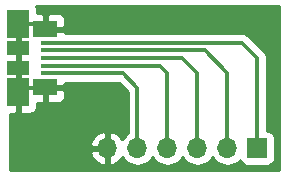
<source format=gbr>
%TF.GenerationSoftware,KiCad,Pcbnew,5.1.4-3.fc31*%
%TF.CreationDate,2019-11-20T03:39:40+01:00*%
%TF.ProjectId,microUSB-to-pcb-adapter,6d696372-6f55-4534-922d-746f2d706362,1.0*%
%TF.SameCoordinates,PX5ad6650PY59a0560*%
%TF.FileFunction,Copper,L1,Top*%
%TF.FilePolarity,Positive*%
%FSLAX46Y46*%
G04 Gerber Fmt 4.6, Leading zero omitted, Abs format (unit mm)*
G04 Created by KiCad (PCBNEW 5.1.4-3.fc31) date 2019-11-20 03:39:40*
%MOMM*%
%LPD*%
G04 APERTURE LIST*
%TA.AperFunction,SMDPad,CuDef*%
%ADD10R,1.900000X1.175000*%
%TD*%
%TA.AperFunction,SMDPad,CuDef*%
%ADD11R,1.900000X2.375000*%
%TD*%
%TA.AperFunction,SMDPad,CuDef*%
%ADD12R,2.100000X1.475000*%
%TD*%
%TA.AperFunction,SMDPad,CuDef*%
%ADD13R,1.380000X0.450000*%
%TD*%
%TA.AperFunction,ComponentPad*%
%ADD14R,1.700000X1.700000*%
%TD*%
%TA.AperFunction,ComponentPad*%
%ADD15O,1.700000X1.700000*%
%TD*%
%TA.AperFunction,Conductor*%
%ADD16C,0.350000*%
%TD*%
%TA.AperFunction,Conductor*%
%ADD17C,0.254000*%
%TD*%
G04 APERTURE END LIST*
D10*
%TO.P,J1,6*%
%TO.N,Net-(J1-Pad6)*%
X1340000Y9320000D03*
X1340000Y11000000D03*
D11*
X1340000Y7250000D03*
X1340000Y13070000D03*
D12*
X3640000Y7697500D03*
X3640000Y12622500D03*
D13*
%TO.P,J1,5*%
%TO.N,Net-(J1-Pad5)*%
X4000000Y8860000D03*
%TO.P,J1,4*%
%TO.N,Net-(J1-Pad4)*%
X4000000Y9510000D03*
%TO.P,J1,3*%
%TO.N,Net-(J1-Pad3)*%
X4000000Y10160000D03*
%TO.P,J1,2*%
%TO.N,Net-(J1-Pad2)*%
X4000000Y10810000D03*
%TO.P,J1,1*%
%TO.N,Net-(J1-Pad1)*%
X4000000Y11460000D03*
%TD*%
D14*
%TO.P,J2,1*%
%TO.N,Net-(J1-Pad1)*%
X21590000Y2540000D03*
D15*
%TO.P,J2,2*%
%TO.N,Net-(J1-Pad2)*%
X19050000Y2540000D03*
%TO.P,J2,3*%
%TO.N,Net-(J1-Pad3)*%
X16510000Y2540000D03*
%TO.P,J2,4*%
%TO.N,Net-(J1-Pad4)*%
X13970000Y2540000D03*
%TO.P,J2,5*%
%TO.N,Net-(J1-Pad5)*%
X11430000Y2540000D03*
%TO.P,J2,6*%
%TO.N,Net-(J1-Pad6)*%
X8890000Y2540000D03*
%TD*%
D16*
%TO.N,Net-(J1-Pad6)*%
X4002500Y7660000D02*
X7580000Y7660000D01*
X8890000Y6350000D02*
X8890000Y2540000D01*
X7580000Y7660000D02*
X8890000Y6350000D01*
X1702500Y7660000D02*
X1302500Y7260000D01*
X4002500Y7660000D02*
X1702500Y7660000D01*
X1302500Y7260000D02*
X1302500Y9160000D01*
X1302500Y10192500D02*
X1302500Y13060000D01*
X1302500Y10192500D02*
X1302500Y11160000D01*
X1302500Y9160000D02*
X1302500Y10192500D01*
X3602500Y13060000D02*
X4002500Y12660000D01*
X1302500Y13060000D02*
X3602500Y13060000D01*
%TO.N,Net-(J1-Pad2)*%
X4002500Y10810000D02*
X17130000Y10810000D01*
X17130000Y10810000D02*
X19050000Y8890000D01*
X19050000Y8890000D02*
X19050000Y2540000D01*
%TO.N,Net-(J1-Pad1)*%
X4002500Y11460000D02*
X20290000Y11460000D01*
X21590000Y10160000D02*
X21590000Y2540000D01*
X20290000Y11460000D02*
X21590000Y10160000D01*
%TO.N,Net-(J1-Pad5)*%
X4002500Y8860000D02*
X10190000Y8860000D01*
X11430000Y7620000D02*
X11430000Y2540000D01*
X10190000Y8860000D02*
X11430000Y7620000D01*
%TO.N,Net-(J1-Pad4)*%
X4002500Y9510000D02*
X13350000Y9510000D01*
X13970000Y8890000D02*
X13970000Y2540000D01*
X13350000Y9510000D02*
X13970000Y8890000D01*
%TO.N,Net-(J1-Pad3)*%
X16510000Y8890000D02*
X16510000Y2540000D01*
X4002500Y10160000D02*
X15240000Y10160000D01*
X15240000Y10160000D02*
X16510000Y8890000D01*
%TD*%
D17*
%TO.N,Net-(J1-Pad6)*%
G36*
X23470001Y660000D02*
G01*
X660000Y660000D01*
X660000Y2183109D01*
X7448519Y2183109D01*
X7545843Y1908748D01*
X7694822Y1658645D01*
X7889731Y1442412D01*
X8123080Y1268359D01*
X8385901Y1143175D01*
X8533110Y1098524D01*
X8763000Y1219845D01*
X8763000Y2413000D01*
X7569186Y2413000D01*
X7448519Y2183109D01*
X660000Y2183109D01*
X660000Y2896891D01*
X7448519Y2896891D01*
X7569186Y2667000D01*
X8763000Y2667000D01*
X8763000Y3860155D01*
X8533110Y3981476D01*
X8385901Y3936825D01*
X8123080Y3811641D01*
X7889731Y3637588D01*
X7694822Y3421355D01*
X7545843Y3171252D01*
X7448519Y2896891D01*
X660000Y2896891D01*
X660000Y5425677D01*
X1054250Y5427500D01*
X1213000Y5586250D01*
X1213000Y7123000D01*
X1193000Y7123000D01*
X1193000Y7377000D01*
X1213000Y7377000D01*
X1213000Y9193000D01*
X1193000Y9193000D01*
X1193000Y9447000D01*
X1213000Y9447000D01*
X1213000Y10873000D01*
X1193000Y10873000D01*
X1193000Y11127000D01*
X1213000Y11127000D01*
X1213000Y12943000D01*
X1193000Y12943000D01*
X1193000Y13197000D01*
X1213000Y13197000D01*
X1213000Y13217000D01*
X1467000Y13217000D01*
X1467000Y13197000D01*
X1487000Y13197000D01*
X1487000Y12943000D01*
X1467000Y12943000D01*
X1467000Y11127000D01*
X1487000Y11127000D01*
X1487000Y10873000D01*
X1467000Y10873000D01*
X1467000Y9447000D01*
X1487000Y9447000D01*
X1487000Y9193000D01*
X1467000Y9193000D01*
X1467000Y7377000D01*
X1487000Y7377000D01*
X1487000Y7123000D01*
X1467000Y7123000D01*
X1467000Y5586250D01*
X1625750Y5427500D01*
X2290000Y5424428D01*
X2414482Y5436688D01*
X2534180Y5472998D01*
X2644494Y5531963D01*
X2741185Y5611315D01*
X2820537Y5708006D01*
X2879502Y5818320D01*
X2915812Y5938018D01*
X2928072Y6062500D01*
X2927184Y6323283D01*
X3354250Y6325000D01*
X3513000Y6483750D01*
X3513000Y7570500D01*
X3767000Y7570500D01*
X3767000Y6483750D01*
X3925750Y6325000D01*
X4690000Y6321928D01*
X4814482Y6334188D01*
X4934180Y6370498D01*
X5044494Y6429463D01*
X5141185Y6508815D01*
X5220537Y6605506D01*
X5279502Y6715820D01*
X5315812Y6835518D01*
X5328072Y6960000D01*
X5325000Y7411750D01*
X5166250Y7570500D01*
X3767000Y7570500D01*
X3513000Y7570500D01*
X3493000Y7570500D01*
X3493000Y7824500D01*
X3513000Y7824500D01*
X3513000Y7844500D01*
X3767000Y7844500D01*
X3767000Y7824500D01*
X5166250Y7824500D01*
X5325000Y7983250D01*
X5325454Y8050000D01*
X9854488Y8050000D01*
X10620000Y7284487D01*
X10620001Y3790870D01*
X10600986Y3780706D01*
X10374866Y3595134D01*
X10189294Y3369014D01*
X10154799Y3304477D01*
X10085178Y3421355D01*
X9890269Y3637588D01*
X9656920Y3811641D01*
X9394099Y3936825D01*
X9246890Y3981476D01*
X9017000Y3860155D01*
X9017000Y2667000D01*
X9037000Y2667000D01*
X9037000Y2413000D01*
X9017000Y2413000D01*
X9017000Y1219845D01*
X9246890Y1098524D01*
X9394099Y1143175D01*
X9656920Y1268359D01*
X9890269Y1442412D01*
X10085178Y1658645D01*
X10154799Y1775523D01*
X10189294Y1710986D01*
X10374866Y1484866D01*
X10600986Y1299294D01*
X10858966Y1161401D01*
X11138889Y1076487D01*
X11357050Y1055000D01*
X11502950Y1055000D01*
X11721111Y1076487D01*
X12001034Y1161401D01*
X12259014Y1299294D01*
X12485134Y1484866D01*
X12670706Y1710986D01*
X12700000Y1765791D01*
X12729294Y1710986D01*
X12914866Y1484866D01*
X13140986Y1299294D01*
X13398966Y1161401D01*
X13678889Y1076487D01*
X13897050Y1055000D01*
X14042950Y1055000D01*
X14261111Y1076487D01*
X14541034Y1161401D01*
X14799014Y1299294D01*
X15025134Y1484866D01*
X15210706Y1710986D01*
X15240000Y1765791D01*
X15269294Y1710986D01*
X15454866Y1484866D01*
X15680986Y1299294D01*
X15938966Y1161401D01*
X16218889Y1076487D01*
X16437050Y1055000D01*
X16582950Y1055000D01*
X16801111Y1076487D01*
X17081034Y1161401D01*
X17339014Y1299294D01*
X17565134Y1484866D01*
X17750706Y1710986D01*
X17780000Y1765791D01*
X17809294Y1710986D01*
X17994866Y1484866D01*
X18220986Y1299294D01*
X18478966Y1161401D01*
X18758889Y1076487D01*
X18977050Y1055000D01*
X19122950Y1055000D01*
X19341111Y1076487D01*
X19621034Y1161401D01*
X19879014Y1299294D01*
X20105134Y1484866D01*
X20129607Y1514687D01*
X20150498Y1445820D01*
X20209463Y1335506D01*
X20288815Y1238815D01*
X20385506Y1159463D01*
X20495820Y1100498D01*
X20615518Y1064188D01*
X20740000Y1051928D01*
X22440000Y1051928D01*
X22564482Y1064188D01*
X22684180Y1100498D01*
X22794494Y1159463D01*
X22891185Y1238815D01*
X22970537Y1335506D01*
X23029502Y1445820D01*
X23065812Y1565518D01*
X23078072Y1690000D01*
X23078072Y3390000D01*
X23065812Y3514482D01*
X23029502Y3634180D01*
X22970537Y3744494D01*
X22891185Y3841185D01*
X22794494Y3920537D01*
X22684180Y3979502D01*
X22564482Y4015812D01*
X22440000Y4028072D01*
X22400000Y4028072D01*
X22400000Y10120212D01*
X22403919Y10160000D01*
X22400000Y10199791D01*
X22388280Y10318788D01*
X22345286Y10460518D01*
X22341963Y10471474D01*
X22266749Y10612189D01*
X22239413Y10645498D01*
X22165528Y10735528D01*
X22134619Y10760894D01*
X20890899Y12004613D01*
X20865528Y12035528D01*
X20742189Y12136749D01*
X20601473Y12211963D01*
X20448788Y12258280D01*
X20329791Y12270000D01*
X20329788Y12270000D01*
X20290000Y12273919D01*
X20250212Y12270000D01*
X5325454Y12270000D01*
X5325000Y12336750D01*
X5166250Y12495500D01*
X3767000Y12495500D01*
X3767000Y12475500D01*
X3513000Y12475500D01*
X3513000Y12495500D01*
X3493000Y12495500D01*
X3493000Y12749500D01*
X3513000Y12749500D01*
X3513000Y13836250D01*
X3767000Y13836250D01*
X3767000Y12749500D01*
X5166250Y12749500D01*
X5325000Y12908250D01*
X5328072Y13360000D01*
X5315812Y13484482D01*
X5279502Y13604180D01*
X5220537Y13714494D01*
X5141185Y13811185D01*
X5044494Y13890537D01*
X4934180Y13949502D01*
X4814482Y13985812D01*
X4690000Y13998072D01*
X3925750Y13995000D01*
X3767000Y13836250D01*
X3513000Y13836250D01*
X3354250Y13995000D01*
X2927184Y13996717D01*
X2928072Y14257500D01*
X2915812Y14381982D01*
X2879502Y14501680D01*
X2837638Y14580000D01*
X23470000Y14580000D01*
X23470001Y660000D01*
X23470001Y660000D01*
G37*
X23470001Y660000D02*
X660000Y660000D01*
X660000Y2183109D01*
X7448519Y2183109D01*
X7545843Y1908748D01*
X7694822Y1658645D01*
X7889731Y1442412D01*
X8123080Y1268359D01*
X8385901Y1143175D01*
X8533110Y1098524D01*
X8763000Y1219845D01*
X8763000Y2413000D01*
X7569186Y2413000D01*
X7448519Y2183109D01*
X660000Y2183109D01*
X660000Y2896891D01*
X7448519Y2896891D01*
X7569186Y2667000D01*
X8763000Y2667000D01*
X8763000Y3860155D01*
X8533110Y3981476D01*
X8385901Y3936825D01*
X8123080Y3811641D01*
X7889731Y3637588D01*
X7694822Y3421355D01*
X7545843Y3171252D01*
X7448519Y2896891D01*
X660000Y2896891D01*
X660000Y5425677D01*
X1054250Y5427500D01*
X1213000Y5586250D01*
X1213000Y7123000D01*
X1193000Y7123000D01*
X1193000Y7377000D01*
X1213000Y7377000D01*
X1213000Y9193000D01*
X1193000Y9193000D01*
X1193000Y9447000D01*
X1213000Y9447000D01*
X1213000Y10873000D01*
X1193000Y10873000D01*
X1193000Y11127000D01*
X1213000Y11127000D01*
X1213000Y12943000D01*
X1193000Y12943000D01*
X1193000Y13197000D01*
X1213000Y13197000D01*
X1213000Y13217000D01*
X1467000Y13217000D01*
X1467000Y13197000D01*
X1487000Y13197000D01*
X1487000Y12943000D01*
X1467000Y12943000D01*
X1467000Y11127000D01*
X1487000Y11127000D01*
X1487000Y10873000D01*
X1467000Y10873000D01*
X1467000Y9447000D01*
X1487000Y9447000D01*
X1487000Y9193000D01*
X1467000Y9193000D01*
X1467000Y7377000D01*
X1487000Y7377000D01*
X1487000Y7123000D01*
X1467000Y7123000D01*
X1467000Y5586250D01*
X1625750Y5427500D01*
X2290000Y5424428D01*
X2414482Y5436688D01*
X2534180Y5472998D01*
X2644494Y5531963D01*
X2741185Y5611315D01*
X2820537Y5708006D01*
X2879502Y5818320D01*
X2915812Y5938018D01*
X2928072Y6062500D01*
X2927184Y6323283D01*
X3354250Y6325000D01*
X3513000Y6483750D01*
X3513000Y7570500D01*
X3767000Y7570500D01*
X3767000Y6483750D01*
X3925750Y6325000D01*
X4690000Y6321928D01*
X4814482Y6334188D01*
X4934180Y6370498D01*
X5044494Y6429463D01*
X5141185Y6508815D01*
X5220537Y6605506D01*
X5279502Y6715820D01*
X5315812Y6835518D01*
X5328072Y6960000D01*
X5325000Y7411750D01*
X5166250Y7570500D01*
X3767000Y7570500D01*
X3513000Y7570500D01*
X3493000Y7570500D01*
X3493000Y7824500D01*
X3513000Y7824500D01*
X3513000Y7844500D01*
X3767000Y7844500D01*
X3767000Y7824500D01*
X5166250Y7824500D01*
X5325000Y7983250D01*
X5325454Y8050000D01*
X9854488Y8050000D01*
X10620000Y7284487D01*
X10620001Y3790870D01*
X10600986Y3780706D01*
X10374866Y3595134D01*
X10189294Y3369014D01*
X10154799Y3304477D01*
X10085178Y3421355D01*
X9890269Y3637588D01*
X9656920Y3811641D01*
X9394099Y3936825D01*
X9246890Y3981476D01*
X9017000Y3860155D01*
X9017000Y2667000D01*
X9037000Y2667000D01*
X9037000Y2413000D01*
X9017000Y2413000D01*
X9017000Y1219845D01*
X9246890Y1098524D01*
X9394099Y1143175D01*
X9656920Y1268359D01*
X9890269Y1442412D01*
X10085178Y1658645D01*
X10154799Y1775523D01*
X10189294Y1710986D01*
X10374866Y1484866D01*
X10600986Y1299294D01*
X10858966Y1161401D01*
X11138889Y1076487D01*
X11357050Y1055000D01*
X11502950Y1055000D01*
X11721111Y1076487D01*
X12001034Y1161401D01*
X12259014Y1299294D01*
X12485134Y1484866D01*
X12670706Y1710986D01*
X12700000Y1765791D01*
X12729294Y1710986D01*
X12914866Y1484866D01*
X13140986Y1299294D01*
X13398966Y1161401D01*
X13678889Y1076487D01*
X13897050Y1055000D01*
X14042950Y1055000D01*
X14261111Y1076487D01*
X14541034Y1161401D01*
X14799014Y1299294D01*
X15025134Y1484866D01*
X15210706Y1710986D01*
X15240000Y1765791D01*
X15269294Y1710986D01*
X15454866Y1484866D01*
X15680986Y1299294D01*
X15938966Y1161401D01*
X16218889Y1076487D01*
X16437050Y1055000D01*
X16582950Y1055000D01*
X16801111Y1076487D01*
X17081034Y1161401D01*
X17339014Y1299294D01*
X17565134Y1484866D01*
X17750706Y1710986D01*
X17780000Y1765791D01*
X17809294Y1710986D01*
X17994866Y1484866D01*
X18220986Y1299294D01*
X18478966Y1161401D01*
X18758889Y1076487D01*
X18977050Y1055000D01*
X19122950Y1055000D01*
X19341111Y1076487D01*
X19621034Y1161401D01*
X19879014Y1299294D01*
X20105134Y1484866D01*
X20129607Y1514687D01*
X20150498Y1445820D01*
X20209463Y1335506D01*
X20288815Y1238815D01*
X20385506Y1159463D01*
X20495820Y1100498D01*
X20615518Y1064188D01*
X20740000Y1051928D01*
X22440000Y1051928D01*
X22564482Y1064188D01*
X22684180Y1100498D01*
X22794494Y1159463D01*
X22891185Y1238815D01*
X22970537Y1335506D01*
X23029502Y1445820D01*
X23065812Y1565518D01*
X23078072Y1690000D01*
X23078072Y3390000D01*
X23065812Y3514482D01*
X23029502Y3634180D01*
X22970537Y3744494D01*
X22891185Y3841185D01*
X22794494Y3920537D01*
X22684180Y3979502D01*
X22564482Y4015812D01*
X22440000Y4028072D01*
X22400000Y4028072D01*
X22400000Y10120212D01*
X22403919Y10160000D01*
X22400000Y10199791D01*
X22388280Y10318788D01*
X22345286Y10460518D01*
X22341963Y10471474D01*
X22266749Y10612189D01*
X22239413Y10645498D01*
X22165528Y10735528D01*
X22134619Y10760894D01*
X20890899Y12004613D01*
X20865528Y12035528D01*
X20742189Y12136749D01*
X20601473Y12211963D01*
X20448788Y12258280D01*
X20329791Y12270000D01*
X20329788Y12270000D01*
X20290000Y12273919D01*
X20250212Y12270000D01*
X5325454Y12270000D01*
X5325000Y12336750D01*
X5166250Y12495500D01*
X3767000Y12495500D01*
X3767000Y12475500D01*
X3513000Y12475500D01*
X3513000Y12495500D01*
X3493000Y12495500D01*
X3493000Y12749500D01*
X3513000Y12749500D01*
X3513000Y13836250D01*
X3767000Y13836250D01*
X3767000Y12749500D01*
X5166250Y12749500D01*
X5325000Y12908250D01*
X5328072Y13360000D01*
X5315812Y13484482D01*
X5279502Y13604180D01*
X5220537Y13714494D01*
X5141185Y13811185D01*
X5044494Y13890537D01*
X4934180Y13949502D01*
X4814482Y13985812D01*
X4690000Y13998072D01*
X3925750Y13995000D01*
X3767000Y13836250D01*
X3513000Y13836250D01*
X3354250Y13995000D01*
X2927184Y13996717D01*
X2928072Y14257500D01*
X2915812Y14381982D01*
X2879502Y14501680D01*
X2837638Y14580000D01*
X23470000Y14580000D01*
X23470001Y660000D01*
%TD*%
M02*

</source>
